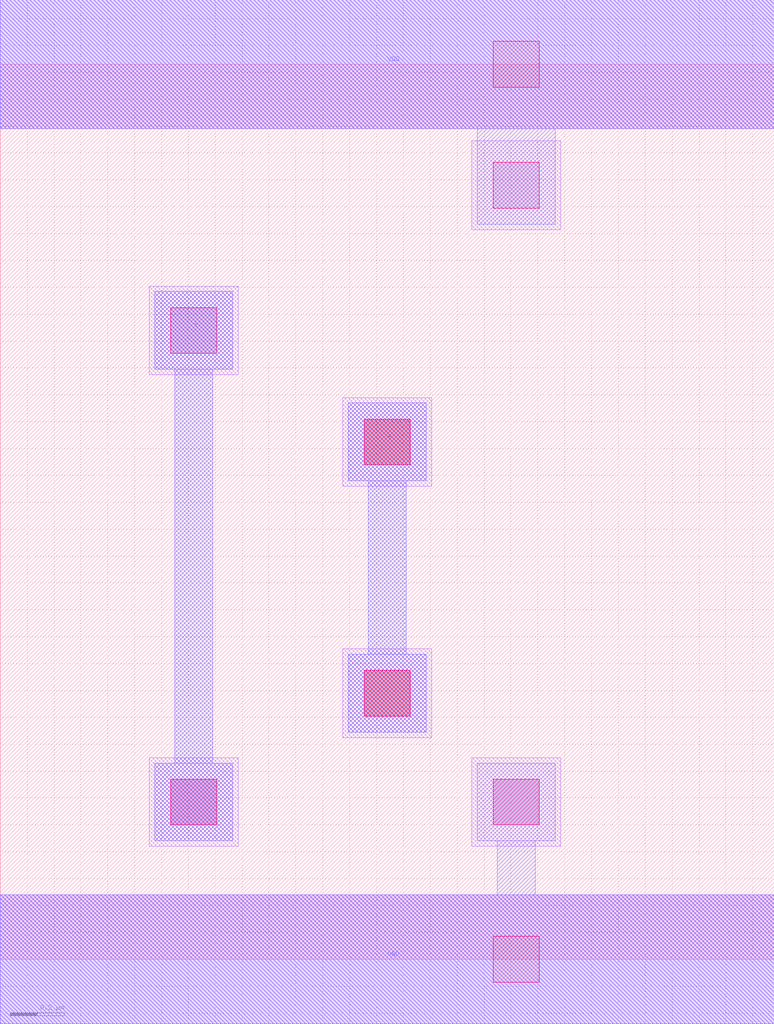
<source format=lef>
MACRO INV
 CLASS CORE ;
 FOREIGN INV 0 0 ;
 SIZE 2.88 BY 3.33 ;
 ORIGIN 0 0 ;
 SYMMETRY X Y R90 ;
 SITE unit ;
  PIN VDD
   DIRECTION INOUT ;
   USE POWER ;
   SHAPE ABUTMENT ;
    PORT
     CLASS CORE ;
       LAYER li1 ;
        RECT 0.00000000 3.09000000 2.88000000 3.57000000 ;
       LAYER met1 ;
        RECT 0.00000000 3.09000000 2.88000000 3.57000000 ;
    END
  END VDD

  PIN GND
   DIRECTION INOUT ;
   USE POWER ;
   SHAPE ABUTMENT ;
    PORT
     CLASS CORE ;
       LAYER li1 ;
        RECT 0.00000000 -0.24000000 2.88000000 0.24000000 ;
       LAYER met1 ;
        RECT 0.00000000 -0.24000000 2.88000000 0.24000000 ;
    END
  END GND

  PIN Y
   DIRECTION INOUT ;
   USE SIGNAL ;
   SHAPE ABUTMENT ;
    PORT
     CLASS CORE ;
       LAYER met1 ;
        RECT 0.57500000 0.44000000 0.86500000 0.73000000 ;
        RECT 0.65000000 0.73000000 0.79000000 2.19500000 ;
        RECT 0.57500000 2.19500000 0.86500000 2.48500000 ;
    END
  END Y

  PIN A
   DIRECTION INOUT ;
   USE SIGNAL ;
   SHAPE ABUTMENT ;
    PORT
     CLASS CORE ;
       LAYER met1 ;
        RECT 1.29500000 0.84500000 1.58500000 1.13500000 ;
        RECT 1.37000000 1.13500000 1.51000000 1.78000000 ;
        RECT 1.29500000 1.78000000 1.58500000 2.07000000 ;
    END
  END A

 OBS
    LAYER polycont ;
     RECT 1.35500000 0.90500000 1.52500000 1.07500000 ;
     RECT 1.35500000 1.84000000 1.52500000 2.01000000 ;

    LAYER pdiffc ;
     RECT 0.63500000 2.25500000 0.80500000 2.42500000 ;
     RECT 1.83500000 2.79500000 2.00500000 2.96500000 ;

    LAYER ndiffc ;
     RECT 0.63500000 0.50000000 0.80500000 0.67000000 ;
     RECT 1.83500000 0.50000000 2.00500000 0.67000000 ;

    LAYER li1 ;
     RECT 0.00000000 -0.24000000 2.88000000 0.24000000 ;
     RECT 0.55500000 0.42000000 0.88500000 0.75000000 ;
     RECT 1.75500000 0.42000000 2.08500000 0.75000000 ;
     RECT 1.27500000 0.82500000 1.60500000 1.15500000 ;
     RECT 1.27500000 1.76000000 1.60500000 2.09000000 ;
     RECT 0.55500000 2.17500000 0.88500000 2.50500000 ;
     RECT 1.75500000 2.71500000 2.08500000 3.04500000 ;
     RECT 0.00000000 3.09000000 2.88000000 3.57000000 ;

    LAYER viali ;
     RECT 1.83500000 -0.08500000 2.00500000 0.08500000 ;
     RECT 0.63500000 0.50000000 0.80500000 0.67000000 ;
     RECT 1.83500000 0.50000000 2.00500000 0.67000000 ;
     RECT 1.35500000 0.90500000 1.52500000 1.07500000 ;
     RECT 1.35500000 1.84000000 1.52500000 2.01000000 ;
     RECT 0.63500000 2.25500000 0.80500000 2.42500000 ;
     RECT 1.83500000 2.79500000 2.00500000 2.96500000 ;
     RECT 1.83500000 3.24500000 2.00500000 3.41500000 ;

    LAYER met1 ;
     RECT 0.00000000 -0.24000000 2.88000000 0.24000000 ;
     RECT 1.85000000 0.24000000 1.99000000 0.44000000 ;
     RECT 1.77500000 0.44000000 2.06500000 0.73000000 ;
     RECT 1.29500000 0.84500000 1.58500000 1.13500000 ;
     RECT 1.37000000 1.13500000 1.51000000 1.78000000 ;
     RECT 1.29500000 1.78000000 1.58500000 2.07000000 ;
     RECT 0.57500000 0.44000000 0.86500000 0.73000000 ;
     RECT 0.65000000 0.73000000 0.79000000 2.19500000 ;
     RECT 0.57500000 2.19500000 0.86500000 2.48500000 ;
     RECT 1.77500000 2.73500000 2.06500000 3.09000000 ;
     RECT 0.00000000 3.09000000 2.88000000 3.57000000 ;

 END
END INV

</source>
